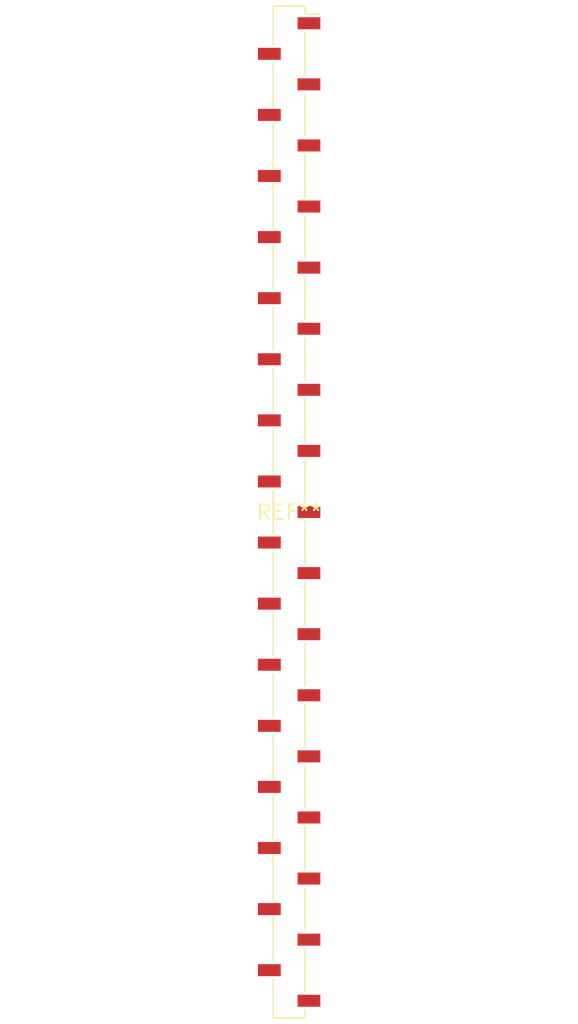
<source format=kicad_pcb>
(kicad_pcb (version 20240108) (generator pcbnew)
  (layers (0 "F.Cu" signal) (31 "B.Cu" signal) (34 "B.Paste" user) (35 "F.Paste" user) (36 "B.SilkS" user "B.Silkscreen") (37 "F.SilkS" user "F.Silkscreen") (38 "B.Mask" user) (39 "F.Mask" user) (44 "Edge.Cuts" user))
  (net 0 "")
  (footprint "PinSocket_1x33_P2.54mm_Vertical_SMD_Pin1Right" (layer "F.Cu") (at 0 0)
    (property "Reference" "REF**")
    (property "Value" "PinSocket_1x33_P2.54mm_Vertical_SMD_Pin1Right")
    (fp_line (start -1.33 -42.07) (end -1.33 -38.86) (layer "F.SilkS") (stroke (width 0.12)))
    (fp_line (start -1.33 -42.07) (end 1.33 -42.07) (layer "F.SilkS") (stroke (width 0.12)))
    (fp_line (start -1.33 -37.34) (end -1.33 -33.78) (layer "F.SilkS") (stroke (width 0.12)))
    (fp_line (start -1.33 -32.26) (end -1.33 -28.7) (layer "F.SilkS") (stroke (width 0.12)))
    (fp_line (start -1.33 -27.18) (end -1.33 -23.62) (layer "F.SilkS") (stroke (width 0.12)))
    (fp_line (start -1.33 -22.1) (end -1.33 -18.54) (layer "F.SilkS") (stroke (width 0.12)))
    (fp_line (start -1.33 -17.02) (end -1.33 -13.46) (layer "F.SilkS") (stroke (width 0.12)))
    (fp_line (start -1.33 -11.94) (end -1.33 -8.38) (layer "F.SilkS") (stroke (width 0.12)))
    (fp_line (start -1.33 -6.86) (end -1.33 -3.3) (layer "F.SilkS") (stroke (width 0.12)))
    (fp_line (start -1.33 -1.78) (end -1.33 1.78) (layer "F.SilkS") (stroke (width 0.12)))
    (fp_line (start -1.33 3.3) (end -1.33 6.86) (layer "F.SilkS") (stroke (width 0.12)))
    (fp_line (start -1.33 8.38) (end -1.33 11.94) (layer "F.SilkS") (stroke (width 0.12)))
    (fp_line (start -1.33 13.46) (end -1.33 17.02) (layer "F.SilkS") (stroke (width 0.12)))
    (fp_line (start -1.33 18.54) (end -1.33 22.1) (layer "F.SilkS") (stroke (width 0.12)))
    (fp_line (start -1.33 23.62) (end -1.33 27.18) (layer "F.SilkS") (stroke (width 0.12)))
    (fp_line (start -1.33 28.7) (end -1.33 32.26) (layer "F.SilkS") (stroke (width 0.12)))
    (fp_line (start -1.33 33.78) (end -1.33 37.34) (layer "F.SilkS") (stroke (width 0.12)))
    (fp_line (start -1.33 38.86) (end -1.33 42.07) (layer "F.SilkS") (stroke (width 0.12)))
    (fp_line (start -1.33 42.07) (end 1.33 42.07) (layer "F.SilkS") (stroke (width 0.12)))
    (fp_line (start 1.33 -42.07) (end 1.33 -41.4) (layer "F.SilkS") (stroke (width 0.12)))
    (fp_line (start 1.33 -41.4) (end 2.54 -41.4) (layer "F.SilkS") (stroke (width 0.12)))
    (fp_line (start 1.33 -39.88) (end 1.33 -36.32) (layer "F.SilkS") (stroke (width 0.12)))
    (fp_line (start 1.33 -34.8) (end 1.33 -31.24) (layer "F.SilkS") (stroke (width 0.12)))
    (fp_line (start 1.33 -29.72) (end 1.33 -26.16) (layer "F.SilkS") (stroke (width 0.12)))
    (fp_line (start 1.33 -24.64) (end 1.33 -21.08) (layer "F.SilkS") (stroke (width 0.12)))
    (fp_line (start 1.33 -19.56) (end 1.33 -16) (layer "F.SilkS") (stroke (width 0.12)))
    (fp_line (start 1.33 -14.48) (end 1.33 -10.92) (layer "F.SilkS") (stroke (width 0.12)))
    (fp_line (start 1.33 -9.4) (end 1.33 -5.84) (layer "F.SilkS") (stroke (width 0.12)))
    (fp_line (start 1.33 -4.32) (end 1.33 -0.76) (layer "F.SilkS") (stroke (width 0.12)))
    (fp_line (start 1.33 0.76) (end 1.33 4.32) (layer "F.SilkS") (stroke (width 0.12)))
    (fp_line (start 1.33 5.84) (end 1.33 9.4) (layer "F.SilkS") (stroke (width 0.12)))
    (fp_line (start 1.33 10.92) (end 1.33 14.48) (layer "F.SilkS") (stroke (width 0.12)))
    (fp_line (start 1.33 16) (end 1.33 19.56) (layer "F.SilkS") (stroke (width 0.12)))
    (fp_line (start 1.33 21.08) (end 1.33 24.64) (layer "F.SilkS") (stroke (width 0.12)))
    (fp_line (start 1.33 26.16) (end 1.33 29.72) (layer "F.SilkS") (stroke (width 0.12)))
    (fp_line (start 1.33 31.24) (end 1.33 34.8) (layer "F.SilkS") (stroke (width 0.12)))
    (fp_line (start 1.33 36.32) (end 1.33 39.88) (layer "F.SilkS") (stroke (width 0.12)))
    (fp_line (start 1.33 41.4) (end 1.33 42.07) (layer "F.SilkS") (stroke (width 0.12)))
    (pad "1" smd rect (at 1.65 -40.64) (size 1.9 1) (layers "F.Cu" "F.Paste" "F.Mask"))
    (pad "2" smd rect (at -1.65 -38.1) (size 1.9 1) (layers "F.Cu" "F.Paste" "F.Mask"))
    (pad "3" smd rect (at 1.65 -35.56) (size 1.9 1) (layers "F.Cu" "F.Paste" "F.Mask"))
    (pad "4" smd rect (at -1.65 -33.02) (size 1.9 1) (layers "F.Cu" "F.Paste" "F.Mask"))
    (pad "5" smd rect (at 1.65 -30.48) (size 1.9 1) (layers "F.Cu" "F.Paste" "F.Mask"))
    (pad "6" smd rect (at -1.65 -27.94) (size 1.9 1) (layers "F.Cu" "F.Paste" "F.Mask"))
    (pad "7" smd rect (at 1.65 -25.4) (size 1.9 1) (layers "F.Cu" "F.Paste" "F.Mask"))
    (pad "8" smd rect (at -1.65 -22.86) (size 1.9 1) (layers "F.Cu" "F.Paste" "F.Mask"))
    (pad "9" smd rect (at 1.65 -20.32) (size 1.9 1) (layers "F.Cu" "F.Paste" "F.Mask"))
    (pad "10" smd rect (at -1.65 -17.78) (size 1.9 1) (layers "F.Cu" "F.Paste" "F.Mask"))
    (pad "11" smd rect (at 1.65 -15.24) (size 1.9 1) (layers "F.Cu" "F.Paste" "F.Mask"))
    (pad "12" smd rect (at -1.65 -12.7) (size 1.9 1) (layers "F.Cu" "F.Paste" "F.Mask"))
    (pad "13" smd rect (at 1.65 -10.16) (size 1.9 1) (layers "F.Cu" "F.Paste" "F.Mask"))
    (pad "14" smd rect (at -1.65 -7.62) (size 1.9 1) (layers "F.Cu" "F.Paste" "F.Mask"))
    (pad "15" smd rect (at 1.65 -5.08) (size 1.9 1) (layers "F.Cu" "F.Paste" "F.Mask"))
    (pad "16" smd rect (at -1.65 -2.54) (size 1.9 1) (layers "F.Cu" "F.Paste" "F.Mask"))
    (pad "17" smd rect (at 1.65 0) (size 1.9 1) (layers "F.Cu" "F.Paste" "F.Mask"))
    (pad "18" smd rect (at -1.65 2.54) (size 1.9 1) (layers "F.Cu" "F.Paste" "F.Mask"))
    (pad "19" smd rect (at 1.65 5.08) (size 1.9 1) (layers "F.Cu" "F.Paste" "F.Mask"))
    (pad "20" smd rect (at -1.65 7.62) (size 1.9 1) (layers "F.Cu" "F.Paste" "F.Mask"))
    (pad "21" smd rect (at 1.65 10.16) (size 1.9 1) (layers "F.Cu" "F.Paste" "F.Mask"))
    (pad "22" smd rect (at -1.65 12.7) (size 1.9 1) (layers "F.Cu" "F.Paste" "F.Mask"))
    (pad "23" smd rect (at 1.65 15.24) (size 1.9 1) (layers "F.Cu" "F.Paste" "F.Mask"))
    (pad "24" smd rect (at -1.65 17.78) (size 1.9 1) (layers "F.Cu" "F.Paste" "F.Mask"))
    (pad "25" smd rect (at 1.65 20.32) (size 1.9 1) (layers "F.Cu" "F.Paste" "F.Mask"))
    (pad "26" smd rect (at -1.65 22.86) (size 1.9 1) (layers "F.Cu" "F.Paste" "F.Mask"))
    (pad "27" smd rect (at 1.65 25.4) (size 1.9 1) (layers "F.Cu" "F.Paste" "F.Mask"))
    (pad "28" smd rect (at -1.65 27.94) (size 1.9 1) (layers "F.Cu" "F.Paste" "F.Mask"))
    (pad "29" smd rect (at 1.65 30.48) (size 1.9 1) (layers "F.Cu" "F.Paste" "F.Mask"))
    (pad "30" smd rect (at -1.65 33.02) (size 1.9 1) (layers "F.Cu" "F.Paste" "F.Mask"))
    (pad "31" smd rect (at 1.65 35.56) (size 1.9 1) (layers "F.Cu" "F.Paste" "F.Mask"))
    (pad "32" smd rect (at -1.65 38.1) (size 1.9 1) (layers "F.Cu" "F.Paste" "F.Mask"))
    (pad "33" smd rect (at 1.65 40.64) (size 1.9 1) (layers "F.Cu" "F.Paste" "F.Mask"))
  )
)
</source>
